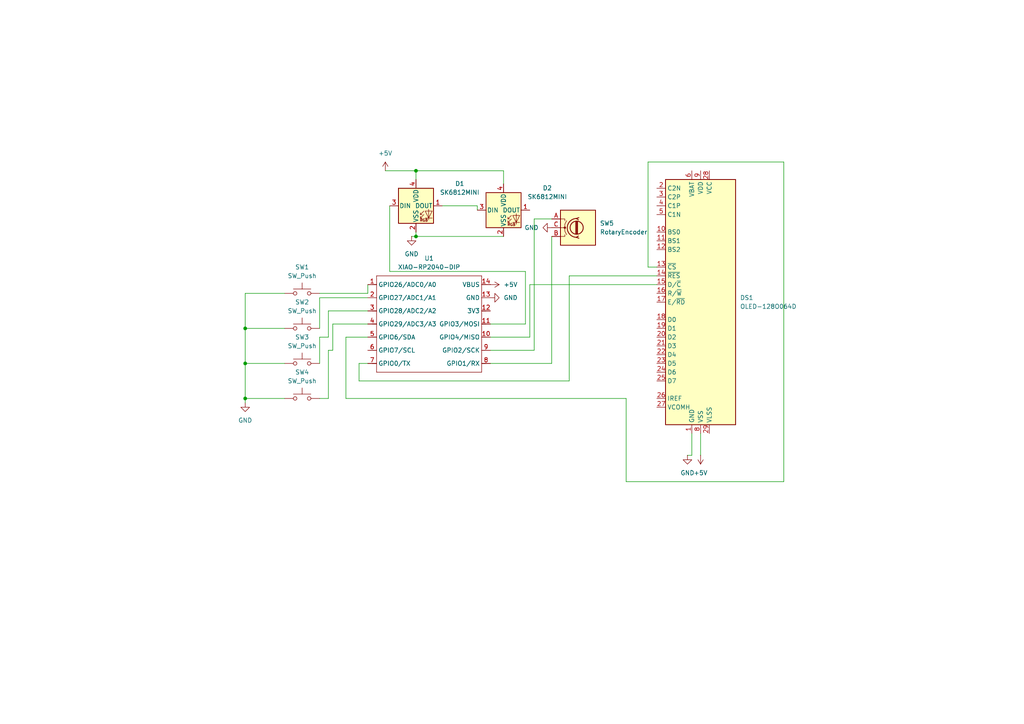
<source format=kicad_sch>
(kicad_sch
	(version 20250114)
	(generator "eeschema")
	(generator_version "9.0")
	(uuid "61eb214a-0f4f-4b0d-9221-397a7867731e")
	(paper "A4")
	(lib_symbols
		(symbol "Seeed_Studio_XIAO_Series:+5V"
			(power)
			(pin_numbers
				(hide yes)
			)
			(pin_names
				(offset 0)
				(hide yes)
			)
			(exclude_from_sim no)
			(in_bom yes)
			(on_board yes)
			(property "Reference" "#PWR"
				(at 0 -3.81 0)
				(effects
					(font
						(size 1.27 1.27)
					)
					(hide yes)
				)
			)
			(property "Value" "+5V"
				(at 0 3.556 0)
				(effects
					(font
						(size 1.27 1.27)
					)
				)
			)
			(property "Footprint" ""
				(at 0 0 0)
				(effects
					(font
						(size 1.27 1.27)
					)
					(hide yes)
				)
			)
			(property "Datasheet" ""
				(at 0 0 0)
				(effects
					(font
						(size 1.27 1.27)
					)
					(hide yes)
				)
			)
			(property "Description" "Power symbol creates a global label with name \"+5V\""
				(at 0 0 0)
				(effects
					(font
						(size 1.27 1.27)
					)
					(hide yes)
				)
			)
			(property "ki_keywords" "global power"
				(at 0 0 0)
				(effects
					(font
						(size 1.27 1.27)
					)
					(hide yes)
				)
			)
			(symbol "+5V_0_1"
				(polyline
					(pts
						(xy -0.762 1.27) (xy 0 2.54)
					)
					(stroke
						(width 0)
						(type default)
					)
					(fill
						(type none)
					)
				)
				(polyline
					(pts
						(xy 0 2.54) (xy 0.762 1.27)
					)
					(stroke
						(width 0)
						(type default)
					)
					(fill
						(type none)
					)
				)
				(polyline
					(pts
						(xy 0 0) (xy 0 2.54)
					)
					(stroke
						(width 0)
						(type default)
					)
					(fill
						(type none)
					)
				)
			)
			(symbol "+5V_1_1"
				(pin power_in line
					(at 0 0 90)
					(length 0)
					(name "~"
						(effects
							(font
								(size 1.27 1.27)
							)
						)
					)
					(number "1"
						(effects
							(font
								(size 1.27 1.27)
							)
						)
					)
				)
			)
			(embedded_fonts no)
		)
		(symbol "Seeed_Studio_XIAO_Series:GND"
			(power)
			(pin_numbers
				(hide yes)
			)
			(pin_names
				(offset 0)
				(hide yes)
			)
			(exclude_from_sim no)
			(in_bom yes)
			(on_board yes)
			(property "Reference" "#PWR"
				(at 0 -6.35 0)
				(effects
					(font
						(size 1.27 1.27)
					)
					(hide yes)
				)
			)
			(property "Value" "GND"
				(at 0 -3.81 0)
				(effects
					(font
						(size 1.27 1.27)
					)
				)
			)
			(property "Footprint" ""
				(at 0 0 0)
				(effects
					(font
						(size 1.27 1.27)
					)
					(hide yes)
				)
			)
			(property "Datasheet" ""
				(at 0 0 0)
				(effects
					(font
						(size 1.27 1.27)
					)
					(hide yes)
				)
			)
			(property "Description" "Power symbol creates a global label with name \"GND\" , ground"
				(at 0 0 0)
				(effects
					(font
						(size 1.27 1.27)
					)
					(hide yes)
				)
			)
			(property "ki_keywords" "global power"
				(at 0 0 0)
				(effects
					(font
						(size 1.27 1.27)
					)
					(hide yes)
				)
			)
			(symbol "GND_0_1"
				(polyline
					(pts
						(xy 0 0) (xy 0 -1.27) (xy 1.27 -1.27) (xy 0 -2.54) (xy -1.27 -1.27) (xy 0 -1.27)
					)
					(stroke
						(width 0)
						(type default)
					)
					(fill
						(type none)
					)
				)
			)
			(symbol "GND_1_1"
				(pin power_in line
					(at 0 0 270)
					(length 0)
					(name "~"
						(effects
							(font
								(size 1.27 1.27)
							)
						)
					)
					(number "1"
						(effects
							(font
								(size 1.27 1.27)
							)
						)
					)
				)
			)
			(embedded_fonts no)
		)
		(symbol "Seeed_Studio_XIAO_Series:OLED-128O064D"
			(exclude_from_sim no)
			(in_bom yes)
			(on_board yes)
			(property "Reference" "DS"
				(at -10.16 38.1 0)
				(effects
					(font
						(size 1.27 1.27)
					)
				)
			)
			(property "Value" "OLED-128O064D"
				(at 12.7 38.1 0)
				(effects
					(font
						(size 1.27 1.27)
					)
				)
			)
			(property "Footprint" "Display:OLED-128O064D"
				(at 0 0 0)
				(effects
					(font
						(size 1.27 1.27)
					)
					(hide yes)
				)
			)
			(property "Datasheet" "https://www.vishay.com/docs/37902/oled128o064dbpp3n00000.pdf"
				(at 0 20.32 0)
				(effects
					(font
						(size 1.27 1.27)
					)
					(hide yes)
				)
			)
			(property "Description" "OLED display 128x64"
				(at 0 0 0)
				(effects
					(font
						(size 1.27 1.27)
					)
					(hide yes)
				)
			)
			(property "ki_keywords" "display oled"
				(at 0 0 0)
				(effects
					(font
						(size 1.27 1.27)
					)
					(hide yes)
				)
			)
			(property "ki_fp_filters" "OLED?128O064D*"
				(at 0 0 0)
				(effects
					(font
						(size 1.27 1.27)
					)
					(hide yes)
				)
			)
			(symbol "OLED-128O064D_0_1"
				(rectangle
					(start -10.16 35.56)
					(end 10.16 -35.56)
					(stroke
						(width 0.254)
						(type default)
					)
					(fill
						(type background)
					)
				)
			)
			(symbol "OLED-128O064D_1_1"
				(pin passive line
					(at -12.7 33.02 0)
					(length 2.54)
					(name "C2N"
						(effects
							(font
								(size 1.27 1.27)
							)
						)
					)
					(number "2"
						(effects
							(font
								(size 1.27 1.27)
							)
						)
					)
				)
				(pin passive line
					(at -12.7 30.48 0)
					(length 2.54)
					(name "C2P"
						(effects
							(font
								(size 1.27 1.27)
							)
						)
					)
					(number "3"
						(effects
							(font
								(size 1.27 1.27)
							)
						)
					)
				)
				(pin passive line
					(at -12.7 27.94 0)
					(length 2.54)
					(name "C1P"
						(effects
							(font
								(size 1.27 1.27)
							)
						)
					)
					(number "4"
						(effects
							(font
								(size 1.27 1.27)
							)
						)
					)
				)
				(pin passive line
					(at -12.7 25.4 0)
					(length 2.54)
					(name "C1N"
						(effects
							(font
								(size 1.27 1.27)
							)
						)
					)
					(number "5"
						(effects
							(font
								(size 1.27 1.27)
							)
						)
					)
				)
				(pin input line
					(at -12.7 20.32 0)
					(length 2.54)
					(name "BS0"
						(effects
							(font
								(size 1.27 1.27)
							)
						)
					)
					(number "10"
						(effects
							(font
								(size 1.27 1.27)
							)
						)
					)
				)
				(pin input line
					(at -12.7 17.78 0)
					(length 2.54)
					(name "BS1"
						(effects
							(font
								(size 1.27 1.27)
							)
						)
					)
					(number "11"
						(effects
							(font
								(size 1.27 1.27)
							)
						)
					)
				)
				(pin input line
					(at -12.7 15.24 0)
					(length 2.54)
					(name "BS2"
						(effects
							(font
								(size 1.27 1.27)
							)
						)
					)
					(number "12"
						(effects
							(font
								(size 1.27 1.27)
							)
						)
					)
				)
				(pin input line
					(at -12.7 10.16 0)
					(length 2.54)
					(name "~{CS}"
						(effects
							(font
								(size 1.27 1.27)
							)
						)
					)
					(number "13"
						(effects
							(font
								(size 1.27 1.27)
							)
						)
					)
				)
				(pin input line
					(at -12.7 7.62 0)
					(length 2.54)
					(name "~{RES}"
						(effects
							(font
								(size 1.27 1.27)
							)
						)
					)
					(number "14"
						(effects
							(font
								(size 1.27 1.27)
							)
						)
					)
				)
				(pin input line
					(at -12.7 5.08 0)
					(length 2.54)
					(name "D/~{C}"
						(effects
							(font
								(size 1.27 1.27)
							)
						)
					)
					(number "15"
						(effects
							(font
								(size 1.27 1.27)
							)
						)
					)
				)
				(pin input line
					(at -12.7 2.54 0)
					(length 2.54)
					(name "R/~{W}"
						(effects
							(font
								(size 1.27 1.27)
							)
						)
					)
					(number "16"
						(effects
							(font
								(size 1.27 1.27)
							)
						)
					)
				)
				(pin input line
					(at -12.7 0 0)
					(length 2.54)
					(name "E/~{RD}"
						(effects
							(font
								(size 1.27 1.27)
							)
						)
					)
					(number "17"
						(effects
							(font
								(size 1.27 1.27)
							)
						)
					)
				)
				(pin bidirectional line
					(at -12.7 -5.08 0)
					(length 2.54)
					(name "D0"
						(effects
							(font
								(size 1.27 1.27)
							)
						)
					)
					(number "18"
						(effects
							(font
								(size 1.27 1.27)
							)
						)
					)
				)
				(pin bidirectional line
					(at -12.7 -7.62 0)
					(length 2.54)
					(name "D1"
						(effects
							(font
								(size 1.27 1.27)
							)
						)
					)
					(number "19"
						(effects
							(font
								(size 1.27 1.27)
							)
						)
					)
				)
				(pin bidirectional line
					(at -12.7 -10.16 0)
					(length 2.54)
					(name "D2"
						(effects
							(font
								(size 1.27 1.27)
							)
						)
					)
					(number "20"
						(effects
							(font
								(size 1.27 1.27)
							)
						)
					)
				)
				(pin bidirectional line
					(at -12.7 -12.7 0)
					(length 2.54)
					(name "D3"
						(effects
							(font
								(size 1.27 1.27)
							)
						)
					)
					(number "21"
						(effects
							(font
								(size 1.27 1.27)
							)
						)
					)
				)
				(pin bidirectional line
					(at -12.7 -15.24 0)
					(length 2.54)
					(name "D4"
						(effects
							(font
								(size 1.27 1.27)
							)
						)
					)
					(number "22"
						(effects
							(font
								(size 1.27 1.27)
							)
						)
					)
				)
				(pin bidirectional line
					(at -12.7 -17.78 0)
					(length 2.54)
					(name "D5"
						(effects
							(font
								(size 1.27 1.27)
							)
						)
					)
					(number "23"
						(effects
							(font
								(size 1.27 1.27)
							)
						)
					)
				)
				(pin bidirectional line
					(at -12.7 -20.32 0)
					(length 2.54)
					(name "D6"
						(effects
							(font
								(size 1.27 1.27)
							)
						)
					)
					(number "24"
						(effects
							(font
								(size 1.27 1.27)
							)
						)
					)
				)
				(pin bidirectional line
					(at -12.7 -22.86 0)
					(length 2.54)
					(name "D7"
						(effects
							(font
								(size 1.27 1.27)
							)
						)
					)
					(number "25"
						(effects
							(font
								(size 1.27 1.27)
							)
						)
					)
				)
				(pin passive line
					(at -12.7 -27.94 0)
					(length 2.54)
					(name "IREF"
						(effects
							(font
								(size 1.27 1.27)
							)
						)
					)
					(number "26"
						(effects
							(font
								(size 1.27 1.27)
							)
						)
					)
				)
				(pin passive line
					(at -12.7 -30.48 0)
					(length 2.54)
					(name "VCOMH"
						(effects
							(font
								(size 1.27 1.27)
							)
						)
					)
					(number "27"
						(effects
							(font
								(size 1.27 1.27)
							)
						)
					)
				)
				(pin power_in line
					(at -2.54 38.1 270)
					(length 2.54)
					(name "VBAT"
						(effects
							(font
								(size 1.27 1.27)
							)
						)
					)
					(number "6"
						(effects
							(font
								(size 1.27 1.27)
							)
						)
					)
				)
				(pin power_in line
					(at -2.54 -38.1 90)
					(length 2.54)
					(name "GND"
						(effects
							(font
								(size 1.27 1.27)
							)
						)
					)
					(number "1"
						(effects
							(font
								(size 1.27 1.27)
							)
						)
					)
				)
				(pin passive line
					(at -2.54 -38.1 90)
					(length 2.54)
					(hide yes)
					(name "GND"
						(effects
							(font
								(size 1.27 1.27)
							)
						)
					)
					(number "30"
						(effects
							(font
								(size 1.27 1.27)
							)
						)
					)
				)
				(pin power_in line
					(at 0 38.1 270)
					(length 2.54)
					(name "VDD"
						(effects
							(font
								(size 1.27 1.27)
							)
						)
					)
					(number "9"
						(effects
							(font
								(size 1.27 1.27)
							)
						)
					)
				)
				(pin power_in line
					(at 0 -38.1 90)
					(length 2.54)
					(name "VSS"
						(effects
							(font
								(size 1.27 1.27)
							)
						)
					)
					(number "8"
						(effects
							(font
								(size 1.27 1.27)
							)
						)
					)
				)
				(pin power_in line
					(at 2.54 38.1 270)
					(length 2.54)
					(name "VCC"
						(effects
							(font
								(size 1.27 1.27)
							)
						)
					)
					(number "28"
						(effects
							(font
								(size 1.27 1.27)
							)
						)
					)
				)
				(pin power_in line
					(at 2.54 -38.1 90)
					(length 2.54)
					(name "VLSS"
						(effects
							(font
								(size 1.27 1.27)
							)
						)
					)
					(number "29"
						(effects
							(font
								(size 1.27 1.27)
							)
						)
					)
				)
				(pin no_connect line
					(at 10.16 0 180)
					(length 2.54)
					(hide yes)
					(name "NC"
						(effects
							(font
								(size 1.27 1.27)
							)
						)
					)
					(number "7"
						(effects
							(font
								(size 1.27 1.27)
							)
						)
					)
				)
			)
			(embedded_fonts no)
		)
		(symbol "Seeed_Studio_XIAO_Series:RotaryEncoder"
			(pin_names
				(offset 0.254)
				(hide yes)
			)
			(exclude_from_sim no)
			(in_bom yes)
			(on_board yes)
			(property "Reference" "SW"
				(at 0 6.604 0)
				(effects
					(font
						(size 1.27 1.27)
					)
				)
			)
			(property "Value" "RotaryEncoder"
				(at 0 -6.604 0)
				(effects
					(font
						(size 1.27 1.27)
					)
				)
			)
			(property "Footprint" ""
				(at -3.81 4.064 0)
				(effects
					(font
						(size 1.27 1.27)
					)
					(hide yes)
				)
			)
			(property "Datasheet" "~"
				(at 0 6.604 0)
				(effects
					(font
						(size 1.27 1.27)
					)
					(hide yes)
				)
			)
			(property "Description" "Rotary encoder, dual channel, incremental quadrate outputs"
				(at 0 0 0)
				(effects
					(font
						(size 1.27 1.27)
					)
					(hide yes)
				)
			)
			(property "ki_keywords" "rotary switch encoder"
				(at 0 0 0)
				(effects
					(font
						(size 1.27 1.27)
					)
					(hide yes)
				)
			)
			(property "ki_fp_filters" "RotaryEncoder*"
				(at 0 0 0)
				(effects
					(font
						(size 1.27 1.27)
					)
					(hide yes)
				)
			)
			(symbol "RotaryEncoder_0_1"
				(rectangle
					(start -5.08 5.08)
					(end 5.08 -5.08)
					(stroke
						(width 0.254)
						(type default)
					)
					(fill
						(type background)
					)
				)
				(polyline
					(pts
						(xy -5.08 2.54) (xy -3.81 2.54) (xy -3.81 2.032)
					)
					(stroke
						(width 0)
						(type default)
					)
					(fill
						(type none)
					)
				)
				(polyline
					(pts
						(xy -5.08 0) (xy -3.81 0) (xy -3.81 -1.016) (xy -3.302 -2.032)
					)
					(stroke
						(width 0)
						(type default)
					)
					(fill
						(type none)
					)
				)
				(polyline
					(pts
						(xy -5.08 -2.54) (xy -3.81 -2.54) (xy -3.81 -2.032)
					)
					(stroke
						(width 0)
						(type default)
					)
					(fill
						(type none)
					)
				)
				(polyline
					(pts
						(xy -4.318 0) (xy -3.81 0) (xy -3.81 1.016) (xy -3.302 2.032)
					)
					(stroke
						(width 0)
						(type default)
					)
					(fill
						(type none)
					)
				)
				(circle
					(center -3.81 0)
					(radius 0.254)
					(stroke
						(width 0)
						(type default)
					)
					(fill
						(type outline)
					)
				)
				(polyline
					(pts
						(xy -0.635 -1.778) (xy -0.635 1.778)
					)
					(stroke
						(width 0.254)
						(type default)
					)
					(fill
						(type none)
					)
				)
				(circle
					(center -0.381 0)
					(radius 1.905)
					(stroke
						(width 0.254)
						(type default)
					)
					(fill
						(type none)
					)
				)
				(polyline
					(pts
						(xy -0.381 -1.778) (xy -0.381 1.778)
					)
					(stroke
						(width 0.254)
						(type default)
					)
					(fill
						(type none)
					)
				)
				(arc
					(start -0.381 -2.794)
					(mid -3.0988 -0.0635)
					(end -0.381 2.667)
					(stroke
						(width 0.254)
						(type default)
					)
					(fill
						(type none)
					)
				)
				(polyline
					(pts
						(xy -0.127 1.778) (xy -0.127 -1.778)
					)
					(stroke
						(width 0.254)
						(type default)
					)
					(fill
						(type none)
					)
				)
				(polyline
					(pts
						(xy 0.254 2.921) (xy -0.508 2.667) (xy 0.127 2.286)
					)
					(stroke
						(width 0.254)
						(type default)
					)
					(fill
						(type none)
					)
				)
				(polyline
					(pts
						(xy 0.254 -3.048) (xy -0.508 -2.794) (xy 0.127 -2.413)
					)
					(stroke
						(width 0.254)
						(type default)
					)
					(fill
						(type none)
					)
				)
			)
			(symbol "RotaryEncoder_1_1"
				(pin passive line
					(at -7.62 2.54 0)
					(length 2.54)
					(name "A"
						(effects
							(font
								(size 1.27 1.27)
							)
						)
					)
					(number "A"
						(effects
							(font
								(size 1.27 1.27)
							)
						)
					)
				)
				(pin passive line
					(at -7.62 0 0)
					(length 2.54)
					(name "C"
						(effects
							(font
								(size 1.27 1.27)
							)
						)
					)
					(number "C"
						(effects
							(font
								(size 1.27 1.27)
							)
						)
					)
				)
				(pin passive line
					(at -7.62 -2.54 0)
					(length 2.54)
					(name "B"
						(effects
							(font
								(size 1.27 1.27)
							)
						)
					)
					(number "B"
						(effects
							(font
								(size 1.27 1.27)
							)
						)
					)
				)
			)
			(embedded_fonts no)
		)
		(symbol "Seeed_Studio_XIAO_Series:SK6812MINI"
			(pin_names
				(offset 0.254)
			)
			(exclude_from_sim no)
			(in_bom yes)
			(on_board yes)
			(property "Reference" "D"
				(at 5.08 5.715 0)
				(effects
					(font
						(size 1.27 1.27)
					)
					(justify right bottom)
				)
			)
			(property "Value" "SK6812MINI"
				(at 1.27 -5.715 0)
				(effects
					(font
						(size 1.27 1.27)
					)
					(justify left top)
				)
			)
			(property "Footprint" "LED_SMD:LED_SK6812MINI_PLCC4_3.5x3.5mm_P1.75mm"
				(at 1.27 -7.62 0)
				(effects
					(font
						(size 1.27 1.27)
					)
					(justify left top)
					(hide yes)
				)
			)
			(property "Datasheet" "https://cdn-shop.adafruit.com/product-files/2686/SK6812MINI_REV.01-1-2.pdf"
				(at 2.54 -9.525 0)
				(effects
					(font
						(size 1.27 1.27)
					)
					(justify left top)
					(hide yes)
				)
			)
			(property "Description" "RGB LED with integrated controller"
				(at 0 0 0)
				(effects
					(font
						(size 1.27 1.27)
					)
					(hide yes)
				)
			)
			(property "ki_keywords" "RGB LED NeoPixel Mini addressable"
				(at 0 0 0)
				(effects
					(font
						(size 1.27 1.27)
					)
					(hide yes)
				)
			)
			(property "ki_fp_filters" "LED*SK6812MINI*PLCC*3.5x3.5mm*P1.75mm*"
				(at 0 0 0)
				(effects
					(font
						(size 1.27 1.27)
					)
					(hide yes)
				)
			)
			(symbol "SK6812MINI_0_0"
				(text "RGB"
					(at 2.286 -4.191 0)
					(effects
						(font
							(size 0.762 0.762)
						)
					)
				)
			)
			(symbol "SK6812MINI_0_1"
				(polyline
					(pts
						(xy 1.27 -2.54) (xy 1.778 -2.54)
					)
					(stroke
						(width 0)
						(type default)
					)
					(fill
						(type none)
					)
				)
				(polyline
					(pts
						(xy 1.27 -3.556) (xy 1.778 -3.556)
					)
					(stroke
						(width 0)
						(type default)
					)
					(fill
						(type none)
					)
				)
				(polyline
					(pts
						(xy 2.286 -1.524) (xy 1.27 -2.54) (xy 1.27 -2.032)
					)
					(stroke
						(width 0)
						(type default)
					)
					(fill
						(type none)
					)
				)
				(polyline
					(pts
						(xy 2.286 -2.54) (xy 1.27 -3.556) (xy 1.27 -3.048)
					)
					(stroke
						(width 0)
						(type default)
					)
					(fill
						(type none)
					)
				)
				(polyline
					(pts
						(xy 3.683 -1.016) (xy 3.683 -3.556) (xy 3.683 -4.064)
					)
					(stroke
						(width 0)
						(type default)
					)
					(fill
						(type none)
					)
				)
				(polyline
					(pts
						(xy 4.699 -1.524) (xy 2.667 -1.524) (xy 3.683 -3.556) (xy 4.699 -1.524)
					)
					(stroke
						(width 0)
						(type default)
					)
					(fill
						(type none)
					)
				)
				(polyline
					(pts
						(xy 4.699 -3.556) (xy 2.667 -3.556)
					)
					(stroke
						(width 0)
						(type default)
					)
					(fill
						(type none)
					)
				)
				(rectangle
					(start 5.08 5.08)
					(end -5.08 -5.08)
					(stroke
						(width 0.254)
						(type default)
					)
					(fill
						(type background)
					)
				)
			)
			(symbol "SK6812MINI_1_1"
				(pin input line
					(at -7.62 0 0)
					(length 2.54)
					(name "DIN"
						(effects
							(font
								(size 1.27 1.27)
							)
						)
					)
					(number "3"
						(effects
							(font
								(size 1.27 1.27)
							)
						)
					)
				)
				(pin power_in line
					(at 0 7.62 270)
					(length 2.54)
					(name "VDD"
						(effects
							(font
								(size 1.27 1.27)
							)
						)
					)
					(number "4"
						(effects
							(font
								(size 1.27 1.27)
							)
						)
					)
				)
				(pin power_in line
					(at 0 -7.62 90)
					(length 2.54)
					(name "VSS"
						(effects
							(font
								(size 1.27 1.27)
							)
						)
					)
					(number "2"
						(effects
							(font
								(size 1.27 1.27)
							)
						)
					)
				)
				(pin output line
					(at 7.62 0 180)
					(length 2.54)
					(name "DOUT"
						(effects
							(font
								(size 1.27 1.27)
							)
						)
					)
					(number "1"
						(effects
							(font
								(size 1.27 1.27)
							)
						)
					)
				)
			)
			(embedded_fonts no)
		)
		(symbol "Seeed_Studio_XIAO_Series:SW_Push"
			(pin_numbers
				(hide yes)
			)
			(pin_names
				(offset 1.016)
				(hide yes)
			)
			(exclude_from_sim no)
			(in_bom yes)
			(on_board yes)
			(property "Reference" "SW"
				(at 1.27 2.54 0)
				(effects
					(font
						(size 1.27 1.27)
					)
					(justify left)
				)
			)
			(property "Value" "SW_Push"
				(at 0 -1.524 0)
				(effects
					(font
						(size 1.27 1.27)
					)
				)
			)
			(property "Footprint" ""
				(at 0 5.08 0)
				(effects
					(font
						(size 1.27 1.27)
					)
					(hide yes)
				)
			)
			(property "Datasheet" "~"
				(at 0 5.08 0)
				(effects
					(font
						(size 1.27 1.27)
					)
					(hide yes)
				)
			)
			(property "Description" "Push button switch, generic, two pins"
				(at 0 0 0)
				(effects
					(font
						(size 1.27 1.27)
					)
					(hide yes)
				)
			)
			(property "ki_keywords" "switch normally-open pushbutton push-button"
				(at 0 0 0)
				(effects
					(font
						(size 1.27 1.27)
					)
					(hide yes)
				)
			)
			(symbol "SW_Push_0_1"
				(circle
					(center -2.032 0)
					(radius 0.508)
					(stroke
						(width 0)
						(type default)
					)
					(fill
						(type none)
					)
				)
				(polyline
					(pts
						(xy 0 1.27) (xy 0 3.048)
					)
					(stroke
						(width 0)
						(type default)
					)
					(fill
						(type none)
					)
				)
				(circle
					(center 2.032 0)
					(radius 0.508)
					(stroke
						(width 0)
						(type default)
					)
					(fill
						(type none)
					)
				)
				(polyline
					(pts
						(xy 2.54 1.27) (xy -2.54 1.27)
					)
					(stroke
						(width 0)
						(type default)
					)
					(fill
						(type none)
					)
				)
				(pin passive line
					(at -5.08 0 0)
					(length 2.54)
					(name "1"
						(effects
							(font
								(size 1.27 1.27)
							)
						)
					)
					(number "1"
						(effects
							(font
								(size 1.27 1.27)
							)
						)
					)
				)
				(pin passive line
					(at 5.08 0 180)
					(length 2.54)
					(name "2"
						(effects
							(font
								(size 1.27 1.27)
							)
						)
					)
					(number "2"
						(effects
							(font
								(size 1.27 1.27)
							)
						)
					)
				)
			)
			(embedded_fonts no)
		)
		(symbol "Seeed_Studio_XIAO_Series:XIAO-RP2040-DIP"
			(exclude_from_sim no)
			(in_bom yes)
			(on_board yes)
			(property "Reference" "U"
				(at 0 0 0)
				(effects
					(font
						(size 1.27 1.27)
					)
				)
			)
			(property "Value" "XIAO-RP2040-DIP"
				(at 5.334 -1.778 0)
				(effects
					(font
						(size 1.27 1.27)
					)
				)
			)
			(property "Footprint" "Module:MOUDLE14P-XIAO-DIP-SMD"
				(at 14.478 -32.258 0)
				(effects
					(font
						(size 1.27 1.27)
					)
					(hide yes)
				)
			)
			(property "Datasheet" ""
				(at 0 0 0)
				(effects
					(font
						(size 1.27 1.27)
					)
					(hide yes)
				)
			)
			(property "Description" ""
				(at 0 0 0)
				(effects
					(font
						(size 1.27 1.27)
					)
					(hide yes)
				)
			)
			(symbol "XIAO-RP2040-DIP_1_0"
				(polyline
					(pts
						(xy -1.27 -2.54) (xy 29.21 -2.54)
					)
					(stroke
						(width 0.1524)
						(type solid)
					)
					(fill
						(type none)
					)
				)
				(polyline
					(pts
						(xy -1.27 -5.08) (xy -2.54 -5.08)
					)
					(stroke
						(width 0.1524)
						(type solid)
					)
					(fill
						(type none)
					)
				)
				(polyline
					(pts
						(xy -1.27 -5.08) (xy -1.27 -2.54)
					)
					(stroke
						(width 0.1524)
						(type solid)
					)
					(fill
						(type none)
					)
				)
				(polyline
					(pts
						(xy -1.27 -8.89) (xy -2.54 -8.89)
					)
					(stroke
						(width 0.1524)
						(type solid)
					)
					(fill
						(type none)
					)
				)
				(polyline
					(pts
						(xy -1.27 -8.89) (xy -1.27 -5.08)
					)
					(stroke
						(width 0.1524)
						(type solid)
					)
					(fill
						(type none)
					)
				)
				(polyline
					(pts
						(xy -1.27 -12.7) (xy -2.54 -12.7)
					)
					(stroke
						(width 0.1524)
						(type solid)
					)
					(fill
						(type none)
					)
				)
				(polyline
					(pts
						(xy -1.27 -12.7) (xy -1.27 -8.89)
					)
					(stroke
						(width 0.1524)
						(type solid)
					)
					(fill
						(type none)
					)
				)
				(polyline
					(pts
						(xy -1.27 -16.51) (xy -2.54 -16.51)
					)
					(stroke
						(width 0.1524)
						(type solid)
					)
					(fill
						(type none)
					)
				)
				(polyline
					(pts
						(xy -1.27 -16.51) (xy -1.27 -12.7)
					)
					(stroke
						(width 0.1524)
						(type solid)
					)
					(fill
						(type none)
					)
				)
				(polyline
					(pts
						(xy -1.27 -20.32) (xy -2.54 -20.32)
					)
					(stroke
						(width 0.1524)
						(type solid)
					)
					(fill
						(type none)
					)
				)
				(polyline
					(pts
						(xy -1.27 -24.13) (xy -2.54 -24.13)
					)
					(stroke
						(width 0.1524)
						(type solid)
					)
					(fill
						(type none)
					)
				)
				(polyline
					(pts
						(xy -1.27 -27.94) (xy -2.54 -27.94)
					)
					(stroke
						(width 0.1524)
						(type solid)
					)
					(fill
						(type none)
					)
				)
				(polyline
					(pts
						(xy -1.27 -30.48) (xy -1.27 -16.51)
					)
					(stroke
						(width 0.1524)
						(type solid)
					)
					(fill
						(type none)
					)
				)
				(polyline
					(pts
						(xy 29.21 -2.54) (xy 29.21 -5.08)
					)
					(stroke
						(width 0.1524)
						(type solid)
					)
					(fill
						(type none)
					)
				)
				(polyline
					(pts
						(xy 29.21 -5.08) (xy 29.21 -8.89)
					)
					(stroke
						(width 0.1524)
						(type solid)
					)
					(fill
						(type none)
					)
				)
				(polyline
					(pts
						(xy 29.21 -8.89) (xy 29.21 -12.7)
					)
					(stroke
						(width 0.1524)
						(type solid)
					)
					(fill
						(type none)
					)
				)
				(polyline
					(pts
						(xy 29.21 -12.7) (xy 29.21 -30.48)
					)
					(stroke
						(width 0.1524)
						(type solid)
					)
					(fill
						(type none)
					)
				)
				(polyline
					(pts
						(xy 29.21 -30.48) (xy -1.27 -30.48)
					)
					(stroke
						(width 0.1524)
						(type solid)
					)
					(fill
						(type none)
					)
				)
				(polyline
					(pts
						(xy 30.48 -5.08) (xy 29.21 -5.08)
					)
					(stroke
						(width 0.1524)
						(type solid)
					)
					(fill
						(type none)
					)
				)
				(polyline
					(pts
						(xy 30.48 -8.89) (xy 29.21 -8.89)
					)
					(stroke
						(width 0.1524)
						(type solid)
					)
					(fill
						(type none)
					)
				)
				(polyline
					(pts
						(xy 30.48 -12.7) (xy 29.21 -12.7)
					)
					(stroke
						(width 0.1524)
						(type solid)
					)
					(fill
						(type none)
					)
				)
				(polyline
					(pts
						(xy 30.48 -16.51) (xy 29.21 -16.51)
					)
					(stroke
						(width 0.1524)
						(type solid)
					)
					(fill
						(type none)
					)
				)
				(polyline
					(pts
						(xy 30.48 -20.32) (xy 29.21 -20.32)
					)
					(stroke
						(width 0.1524)
						(type solid)
					)
					(fill
						(type none)
					)
				)
				(polyline
					(pts
						(xy 30.48 -24.13) (xy 29.21 -24.13)
					)
					(stroke
						(width 0.1524)
						(type solid)
					)
					(fill
						(type none)
					)
				)
				(polyline
					(pts
						(xy 30.48 -27.94) (xy 29.21 -27.94)
					)
					(stroke
						(width 0.1524)
						(type solid)
					)
					(fill
						(type none)
					)
				)
				(pin passive line
					(at -3.81 -5.08 0)
					(length 2.54)
					(name "GPIO26/ADC0/A0"
						(effects
							(font
								(size 1.27 1.27)
							)
						)
					)
					(number "1"
						(effects
							(font
								(size 1.27 1.27)
							)
						)
					)
				)
				(pin passive line
					(at -3.81 -8.89 0)
					(length 2.54)
					(name "GPIO27/ADC1/A1"
						(effects
							(font
								(size 1.27 1.27)
							)
						)
					)
					(number "2"
						(effects
							(font
								(size 1.27 1.27)
							)
						)
					)
				)
				(pin passive line
					(at -3.81 -12.7 0)
					(length 2.54)
					(name "GPIO28/ADC2/A2"
						(effects
							(font
								(size 1.27 1.27)
							)
						)
					)
					(number "3"
						(effects
							(font
								(size 1.27 1.27)
							)
						)
					)
				)
				(pin passive line
					(at -3.81 -16.51 0)
					(length 2.54)
					(name "GPIO29/ADC3/A3"
						(effects
							(font
								(size 1.27 1.27)
							)
						)
					)
					(number "4"
						(effects
							(font
								(size 1.27 1.27)
							)
						)
					)
				)
				(pin passive line
					(at -3.81 -20.32 0)
					(length 2.54)
					(name "GPIO6/SDA"
						(effects
							(font
								(size 1.27 1.27)
							)
						)
					)
					(number "5"
						(effects
							(font
								(size 1.27 1.27)
							)
						)
					)
				)
				(pin passive line
					(at -3.81 -24.13 0)
					(length 2.54)
					(name "GPIO7/SCL"
						(effects
							(font
								(size 1.27 1.27)
							)
						)
					)
					(number "6"
						(effects
							(font
								(size 1.27 1.27)
							)
						)
					)
				)
				(pin passive line
					(at -3.81 -27.94 0)
					(length 2.54)
					(name "GPIO0/TX"
						(effects
							(font
								(size 1.27 1.27)
							)
						)
					)
					(number "7"
						(effects
							(font
								(size 1.27 1.27)
							)
						)
					)
				)
				(pin passive line
					(at 31.75 -5.08 180)
					(length 2.54)
					(name "VBUS"
						(effects
							(font
								(size 1.27 1.27)
							)
						)
					)
					(number "14"
						(effects
							(font
								(size 1.27 1.27)
							)
						)
					)
				)
				(pin passive line
					(at 31.75 -8.89 180)
					(length 2.54)
					(name "GND"
						(effects
							(font
								(size 1.27 1.27)
							)
						)
					)
					(number "13"
						(effects
							(font
								(size 1.27 1.27)
							)
						)
					)
				)
				(pin passive line
					(at 31.75 -12.7 180)
					(length 2.54)
					(name "3V3"
						(effects
							(font
								(size 1.27 1.27)
							)
						)
					)
					(number "12"
						(effects
							(font
								(size 1.27 1.27)
							)
						)
					)
				)
				(pin passive line
					(at 31.75 -16.51 180)
					(length 2.54)
					(name "GPIO3/MOSI"
						(effects
							(font
								(size 1.27 1.27)
							)
						)
					)
					(number "11"
						(effects
							(font
								(size 1.27 1.27)
							)
						)
					)
				)
				(pin passive line
					(at 31.75 -20.32 180)
					(length 2.54)
					(name "GPIO4/MISO"
						(effects
							(font
								(size 1.27 1.27)
							)
						)
					)
					(number "10"
						(effects
							(font
								(size 1.27 1.27)
							)
						)
					)
				)
				(pin passive line
					(at 31.75 -24.13 180)
					(length 2.54)
					(name "GPIO2/SCK"
						(effects
							(font
								(size 1.27 1.27)
							)
						)
					)
					(number "9"
						(effects
							(font
								(size 1.27 1.27)
							)
						)
					)
				)
				(pin passive line
					(at 31.75 -27.94 180)
					(length 2.54)
					(name "GPIO1/RX"
						(effects
							(font
								(size 1.27 1.27)
							)
						)
					)
					(number "8"
						(effects
							(font
								(size 1.27 1.27)
							)
						)
					)
				)
			)
			(embedded_fonts no)
		)
	)
	(junction
		(at 120.65 49.53)
		(diameter 0)
		(color 0 0 0 0)
		(uuid "28608bf5-34b6-4bf8-bc71-12360e6e70fb")
	)
	(junction
		(at 120.65 68.58)
		(diameter 0)
		(color 0 0 0 0)
		(uuid "4c227325-c8a7-4aa7-8c9c-be0d24276d8f")
	)
	(junction
		(at 71.12 105.41)
		(diameter 0)
		(color 0 0 0 0)
		(uuid "5ec89632-a094-45d3-b910-1dde980fc211")
	)
	(junction
		(at 71.12 115.57)
		(diameter 0)
		(color 0 0 0 0)
		(uuid "68f58e2a-1978-4432-9d57-9405ffb4ff6f")
	)
	(junction
		(at 71.12 95.25)
		(diameter 0)
		(color 0 0 0 0)
		(uuid "6a750924-36ad-4ed1-a137-f615de782311")
	)
	(wire
		(pts
			(xy 106.68 85.09) (xy 106.68 82.55)
		)
		(stroke
			(width 0)
			(type default)
		)
		(uuid "0367eeab-03e1-4c74-9ab1-d5879cc1259c")
	)
	(wire
		(pts
			(xy 190.5 80.01) (xy 165.1 80.01)
		)
		(stroke
			(width 0)
			(type default)
		)
		(uuid "078f171f-fa24-42cd-aa32-72abf05e222e")
	)
	(wire
		(pts
			(xy 165.1 110.49) (xy 104.14 110.49)
		)
		(stroke
			(width 0)
			(type default)
		)
		(uuid "0b0f8474-d425-4fa0-8204-b63df90e1015")
	)
	(wire
		(pts
			(xy 71.12 95.25) (xy 71.12 105.41)
		)
		(stroke
			(width 0)
			(type default)
		)
		(uuid "0fbd66b9-449a-4b88-bd7c-00d2da00527f")
	)
	(wire
		(pts
			(xy 187.96 46.99) (xy 227.33 46.99)
		)
		(stroke
			(width 0)
			(type default)
		)
		(uuid "10d04de5-5f50-4c10-83a2-063f6f046a94")
	)
	(wire
		(pts
			(xy 82.55 85.09) (xy 71.12 85.09)
		)
		(stroke
			(width 0)
			(type default)
		)
		(uuid "1625e8a5-af6f-408b-8cbe-e9423220a96a")
	)
	(wire
		(pts
			(xy 96.52 101.6) (xy 95.25 101.6)
		)
		(stroke
			(width 0)
			(type default)
		)
		(uuid "1eaadfe8-d6f9-4748-bb03-83376479d26a")
	)
	(wire
		(pts
			(xy 92.71 97.79) (xy 92.71 105.41)
		)
		(stroke
			(width 0)
			(type default)
		)
		(uuid "1f720037-34df-4428-95c7-a9136d9b6a17")
	)
	(wire
		(pts
			(xy 96.52 93.98) (xy 96.52 101.6)
		)
		(stroke
			(width 0)
			(type default)
		)
		(uuid "23c82fb1-a6ad-42f9-889b-a713ece40b15")
	)
	(wire
		(pts
			(xy 95.25 90.17) (xy 95.25 97.79)
		)
		(stroke
			(width 0)
			(type default)
		)
		(uuid "23e38c66-4420-4019-8218-056b00579623")
	)
	(wire
		(pts
			(xy 160.02 63.5) (xy 154.94 63.5)
		)
		(stroke
			(width 0)
			(type default)
		)
		(uuid "24e4f3e6-e112-494f-8250-f1643e3fdb47")
	)
	(wire
		(pts
			(xy 106.68 86.36) (xy 92.71 86.36)
		)
		(stroke
			(width 0)
			(type default)
		)
		(uuid "28249293-aff1-4240-87b1-2ea98c8abae3")
	)
	(wire
		(pts
			(xy 71.12 115.57) (xy 71.12 116.84)
		)
		(stroke
			(width 0)
			(type default)
		)
		(uuid "28f0ec43-dac7-470c-8adb-db1340b121e0")
	)
	(wire
		(pts
			(xy 120.65 68.58) (xy 146.05 68.58)
		)
		(stroke
			(width 0)
			(type default)
		)
		(uuid "2d0da238-30e0-46c0-a8ae-da688fa4bb49")
	)
	(wire
		(pts
			(xy 82.55 95.25) (xy 71.12 95.25)
		)
		(stroke
			(width 0)
			(type default)
		)
		(uuid "308b0136-3c5f-4140-8187-8a5767d6aaee")
	)
	(wire
		(pts
			(xy 95.25 101.6) (xy 95.25 115.57)
		)
		(stroke
			(width 0)
			(type default)
		)
		(uuid "35c34c96-3822-4ce3-a725-a61303622c54")
	)
	(wire
		(pts
			(xy 100.33 115.57) (xy 100.33 97.79)
		)
		(stroke
			(width 0)
			(type default)
		)
		(uuid "3609df38-7a44-4a4e-9e15-7a5a249d6ee7")
	)
	(wire
		(pts
			(xy 190.5 82.55) (xy 153.67 82.55)
		)
		(stroke
			(width 0)
			(type default)
		)
		(uuid "43ae1ea0-52d9-4a8d-a55f-d6ece573c306")
	)
	(wire
		(pts
			(xy 104.14 105.41) (xy 106.68 105.41)
		)
		(stroke
			(width 0)
			(type default)
		)
		(uuid "447b3e19-31d1-4f0c-9bda-18ec1dbb9b40")
	)
	(wire
		(pts
			(xy 153.67 82.55) (xy 153.67 97.79)
		)
		(stroke
			(width 0)
			(type default)
		)
		(uuid "4b01f6dc-6b7f-48e3-9988-71a14f1dc5e5")
	)
	(wire
		(pts
			(xy 190.5 77.47) (xy 187.96 77.47)
		)
		(stroke
			(width 0)
			(type default)
		)
		(uuid "4bd5af90-ad50-4971-9ab7-6a48df3c1a27")
	)
	(wire
		(pts
			(xy 160.02 105.41) (xy 142.24 105.41)
		)
		(stroke
			(width 0)
			(type default)
		)
		(uuid "50df505e-2c3d-4846-991f-1fc495cdb6c8")
	)
	(wire
		(pts
			(xy 152.4 93.98) (xy 142.24 93.98)
		)
		(stroke
			(width 0)
			(type default)
		)
		(uuid "535c3df8-ae2f-44c3-8e2d-fa6fef9a98a8")
	)
	(wire
		(pts
			(xy 95.25 97.79) (xy 92.71 97.79)
		)
		(stroke
			(width 0)
			(type default)
		)
		(uuid "5818dc27-8b47-440b-91e0-50c6a9a0d595")
	)
	(wire
		(pts
			(xy 153.67 97.79) (xy 142.24 97.79)
		)
		(stroke
			(width 0)
			(type default)
		)
		(uuid "5ce7ebbf-5ebb-4675-b30f-93afba975e22")
	)
	(wire
		(pts
			(xy 71.12 115.57) (xy 82.55 115.57)
		)
		(stroke
			(width 0)
			(type default)
		)
		(uuid "60033e7c-0c46-47c7-81f2-104aa14a7de1")
	)
	(wire
		(pts
			(xy 154.94 63.5) (xy 154.94 101.6)
		)
		(stroke
			(width 0)
			(type default)
		)
		(uuid "6814f493-70a8-4d37-a12a-af8f55532003")
	)
	(wire
		(pts
			(xy 200.66 125.73) (xy 200.66 132.08)
		)
		(stroke
			(width 0)
			(type default)
		)
		(uuid "7bb5efaf-5069-4351-9d7b-7caf622b3671")
	)
	(wire
		(pts
			(xy 71.12 85.09) (xy 71.12 95.25)
		)
		(stroke
			(width 0)
			(type default)
		)
		(uuid "7f06e80d-9bac-4bda-81c8-d9cc7367763d")
	)
	(wire
		(pts
			(xy 100.33 97.79) (xy 106.68 97.79)
		)
		(stroke
			(width 0)
			(type default)
		)
		(uuid "85cd47ac-b27e-45ab-83e9-63526756fff2")
	)
	(wire
		(pts
			(xy 71.12 105.41) (xy 82.55 105.41)
		)
		(stroke
			(width 0)
			(type default)
		)
		(uuid "865ddf51-0a83-49a4-acf8-2ecbe7b6f1da")
	)
	(wire
		(pts
			(xy 203.2 125.73) (xy 203.2 132.08)
		)
		(stroke
			(width 0)
			(type default)
		)
		(uuid "95210eff-d359-444b-8592-e170edfea152")
	)
	(wire
		(pts
			(xy 106.68 93.98) (xy 96.52 93.98)
		)
		(stroke
			(width 0)
			(type default)
		)
		(uuid "97447451-a719-4a43-a732-1ae11ce3fbc0")
	)
	(wire
		(pts
			(xy 227.33 139.7) (xy 181.61 139.7)
		)
		(stroke
			(width 0)
			(type default)
		)
		(uuid "9964cf17-5389-46cf-9a5e-a1df9d6cecf8")
	)
	(wire
		(pts
			(xy 120.65 67.31) (xy 120.65 68.58)
		)
		(stroke
			(width 0)
			(type default)
		)
		(uuid "9acfaaa3-8afc-413b-93fe-8190221e0979")
	)
	(wire
		(pts
			(xy 227.33 46.99) (xy 227.33 139.7)
		)
		(stroke
			(width 0)
			(type default)
		)
		(uuid "a103a0de-f639-4e27-b0d3-3c8ef6f693f4")
	)
	(wire
		(pts
			(xy 181.61 139.7) (xy 181.61 115.57)
		)
		(stroke
			(width 0)
			(type default)
		)
		(uuid "a62dba65-b9e5-46f4-bd3b-99f9ac3b92ba")
	)
	(wire
		(pts
			(xy 104.14 110.49) (xy 104.14 105.41)
		)
		(stroke
			(width 0)
			(type default)
		)
		(uuid "a803f691-cc43-4c9d-9c78-d137f12d656e")
	)
	(wire
		(pts
			(xy 113.03 78.74) (xy 152.4 78.74)
		)
		(stroke
			(width 0)
			(type default)
		)
		(uuid "ade2f2b1-582e-48c1-adde-d7996ef78970")
	)
	(wire
		(pts
			(xy 146.05 53.34) (xy 146.05 49.53)
		)
		(stroke
			(width 0)
			(type default)
		)
		(uuid "b04ad579-55f2-4f38-8d19-5fa15d590506")
	)
	(wire
		(pts
			(xy 95.25 115.57) (xy 92.71 115.57)
		)
		(stroke
			(width 0)
			(type default)
		)
		(uuid "b3fac4a4-2788-42d7-a2f4-49c65dd10fae")
	)
	(wire
		(pts
			(xy 120.65 49.53) (xy 111.76 49.53)
		)
		(stroke
			(width 0)
			(type default)
		)
		(uuid "b5c274d2-438f-4850-badf-2939b344d202")
	)
	(wire
		(pts
			(xy 200.66 132.08) (xy 199.39 132.08)
		)
		(stroke
			(width 0)
			(type default)
		)
		(uuid "c3a59aef-61e3-436e-ad8e-e4e68dabaf7c")
	)
	(wire
		(pts
			(xy 146.05 49.53) (xy 120.65 49.53)
		)
		(stroke
			(width 0)
			(type default)
		)
		(uuid "cadd2c77-a6be-435e-b66b-01d42d3f18e6")
	)
	(wire
		(pts
			(xy 92.71 86.36) (xy 92.71 95.25)
		)
		(stroke
			(width 0)
			(type default)
		)
		(uuid "ceabf692-cfc2-470b-a308-279351c1f949")
	)
	(wire
		(pts
			(xy 152.4 78.74) (xy 152.4 93.98)
		)
		(stroke
			(width 0)
			(type default)
		)
		(uuid "d2071ecf-2664-4d7f-ba07-307709d0f42d")
	)
	(wire
		(pts
			(xy 160.02 68.58) (xy 160.02 105.41)
		)
		(stroke
			(width 0)
			(type default)
		)
		(uuid "d431c132-09f0-4f28-a026-c65accef5686")
	)
	(wire
		(pts
			(xy 113.03 59.69) (xy 113.03 78.74)
		)
		(stroke
			(width 0)
			(type default)
		)
		(uuid "d6b071a6-6b56-4617-9f25-9d99566605bb")
	)
	(wire
		(pts
			(xy 92.71 85.09) (xy 106.68 85.09)
		)
		(stroke
			(width 0)
			(type default)
		)
		(uuid "dd21abe1-97ca-4701-addb-ad1b9fc572a5")
	)
	(wire
		(pts
			(xy 187.96 77.47) (xy 187.96 46.99)
		)
		(stroke
			(width 0)
			(type default)
		)
		(uuid "debfdb1d-f53d-4c2f-90fd-8e847e993f20")
	)
	(wire
		(pts
			(xy 128.27 59.69) (xy 138.43 59.69)
		)
		(stroke
			(width 0)
			(type default)
		)
		(uuid "e4717615-4ace-417e-abb2-7cfd173401e4")
	)
	(wire
		(pts
			(xy 71.12 105.41) (xy 71.12 115.57)
		)
		(stroke
			(width 0)
			(type default)
		)
		(uuid "ea273620-5c67-4d01-a5e1-1e61a35bfc48")
	)
	(wire
		(pts
			(xy 120.65 68.58) (xy 119.38 68.58)
		)
		(stroke
			(width 0)
			(type default)
		)
		(uuid "efb78541-e0ae-4e5e-a0ca-59a149b6dd0d")
	)
	(wire
		(pts
			(xy 95.25 90.17) (xy 106.68 90.17)
		)
		(stroke
			(width 0)
			(type default)
		)
		(uuid "f2d65a63-75fa-4673-9678-ac1e1e0ab009")
	)
	(wire
		(pts
			(xy 154.94 101.6) (xy 142.24 101.6)
		)
		(stroke
			(width 0)
			(type default)
		)
		(uuid "f546ceaa-0572-4549-89d4-be7ea9cad519")
	)
	(wire
		(pts
			(xy 165.1 80.01) (xy 165.1 110.49)
		)
		(stroke
			(width 0)
			(type default)
		)
		(uuid "f82e432a-4886-48ff-ad3a-9f2516ad11eb")
	)
	(wire
		(pts
			(xy 120.65 52.07) (xy 120.65 49.53)
		)
		(stroke
			(width 0)
			(type default)
		)
		(uuid "fa098b41-3d59-4efa-9a6e-09a53837a5b1")
	)
	(wire
		(pts
			(xy 181.61 115.57) (xy 100.33 115.57)
		)
		(stroke
			(width 0)
			(type default)
		)
		(uuid "fa911ac7-abfc-44c0-99c1-7d745b145c93")
	)
	(wire
		(pts
			(xy 138.43 59.69) (xy 138.43 60.96)
		)
		(stroke
			(width 0)
			(type default)
		)
		(uuid "fbc93d19-8c0b-437d-aa7d-416fd7fe414b")
	)
	(symbol
		(lib_id "Seeed_Studio_XIAO_Series:SW_Push")
		(at 87.63 115.57 0)
		(unit 1)
		(exclude_from_sim no)
		(in_bom yes)
		(on_board yes)
		(dnp no)
		(fields_autoplaced yes)
		(uuid "02080348-2bd9-4127-aff0-a5f84c9298c5")
		(property "Reference" "SW4"
			(at 87.63 107.95 0)
			(effects
				(font
					(size 1.27 1.27)
				)
			)
		)
		(property "Value" "SW_Push"
			(at 87.63 110.49 0)
			(effects
				(font
					(size 1.27 1.27)
				)
			)
		)
		(property "Footprint" "Button_Switch_Keyboard:SW_Cherry_MX_1.00u_PCB"
			(at 87.63 110.49 0)
			(effects
				(font
					(size 1.27 1.27)
				)
				(hide yes)
			)
		)
		(property "Datasheet" "~"
			(at 87.63 110.49 0)
			(effects
				(font
					(size 1.27 1.27)
				)
				(hide yes)
			)
		)
		(property "Description" "Push button switch, generic, two pins"
			(at 87.63 115.57 0)
			(effects
				(font
					(size 1.27 1.27)
				)
				(hide yes)
			)
		)
		(pin "1"
			(uuid "3dee064e-dc20-4938-9357-79839b2fff84")
		)
		(pin "2"
			(uuid "8987abb6-0aa8-4581-8d9d-fed7423de37f")
		)
		(instances
			(project ""
				(path "/61eb214a-0f4f-4b0d-9221-397a7867731e"
					(reference "SW4")
					(unit 1)
				)
			)
		)
	)
	(symbol
		(lib_id "Seeed_Studio_XIAO_Series:+5V")
		(at 142.24 82.55 270)
		(unit 1)
		(exclude_from_sim no)
		(in_bom yes)
		(on_board yes)
		(dnp no)
		(fields_autoplaced yes)
		(uuid "22bcf288-8fe8-4ff0-8003-e3bbb889d021")
		(property "Reference" "#PWR02"
			(at 138.43 82.55 0)
			(effects
				(font
					(size 1.27 1.27)
				)
				(hide yes)
			)
		)
		(property "Value" "+5V"
			(at 146.05 82.5499 90)
			(effects
				(font
					(size 1.27 1.27)
				)
				(justify left)
			)
		)
		(property "Footprint" ""
			(at 142.24 82.55 0)
			(effects
				(font
					(size 1.27 1.27)
				)
				(hide yes)
			)
		)
		(property "Datasheet" ""
			(at 142.24 82.55 0)
			(effects
				(font
					(size 1.27 1.27)
				)
				(hide yes)
			)
		)
		(property "Description" "Power symbol creates a global label with name \"+5V\""
			(at 142.24 82.55 0)
			(effects
				(font
					(size 1.27 1.27)
				)
				(hide yes)
			)
		)
		(pin "1"
			(uuid "4b851f5f-7c39-4a48-bf3d-17f56f461d22")
		)
		(instances
			(project ""
				(path "/61eb214a-0f4f-4b0d-9221-397a7867731e"
					(reference "#PWR02")
					(unit 1)
				)
			)
		)
	)
	(symbol
		(lib_id "Seeed_Studio_XIAO_Series:SW_Push")
		(at 87.63 105.41 0)
		(unit 1)
		(exclude_from_sim no)
		(in_bom yes)
		(on_board yes)
		(dnp no)
		(fields_autoplaced yes)
		(uuid "25037b63-3f99-4780-90dc-fdacbef66600")
		(property "Reference" "SW3"
			(at 87.63 97.79 0)
			(effects
				(font
					(size 1.27 1.27)
				)
			)
		)
		(property "Value" "SW_Push"
			(at 87.63 100.33 0)
			(effects
				(font
					(size 1.27 1.27)
				)
			)
		)
		(property "Footprint" "Button_Switch_Keyboard:SW_Cherry_MX_1.00u_PCB"
			(at 87.63 100.33 0)
			(effects
				(font
					(size 1.27 1.27)
				)
				(hide yes)
			)
		)
		(property "Datasheet" "~"
			(at 87.63 100.33 0)
			(effects
				(font
					(size 1.27 1.27)
				)
				(hide yes)
			)
		)
		(property "Description" "Push button switch, generic, two pins"
			(at 87.63 105.41 0)
			(effects
				(font
					(size 1.27 1.27)
				)
				(hide yes)
			)
		)
		(pin "1"
			(uuid "3dc23be6-4a1c-482a-818b-1d157a8fdb88")
		)
		(pin "2"
			(uuid "a26adff8-a44b-4f53-8608-907fc489a13f")
		)
		(instances
			(project ""
				(path "/61eb214a-0f4f-4b0d-9221-397a7867731e"
					(reference "SW3")
					(unit 1)
				)
			)
		)
	)
	(symbol
		(lib_id "Seeed_Studio_XIAO_Series:+5V")
		(at 111.76 49.53 0)
		(unit 1)
		(exclude_from_sim no)
		(in_bom yes)
		(on_board yes)
		(dnp no)
		(fields_autoplaced yes)
		(uuid "358f76c7-d74b-4c47-8740-7b90a7dfda46")
		(property "Reference" "#PWR06"
			(at 111.76 53.34 0)
			(effects
				(font
					(size 1.27 1.27)
				)
				(hide yes)
			)
		)
		(property "Value" "+5V"
			(at 111.76 44.45 0)
			(effects
				(font
					(size 1.27 1.27)
				)
			)
		)
		(property "Footprint" ""
			(at 111.76 49.53 0)
			(effects
				(font
					(size 1.27 1.27)
				)
				(hide yes)
			)
		)
		(property "Datasheet" ""
			(at 111.76 49.53 0)
			(effects
				(font
					(size 1.27 1.27)
				)
				(hide yes)
			)
		)
		(property "Description" "Power symbol creates a global label with name \"+5V\""
			(at 111.76 49.53 0)
			(effects
				(font
					(size 1.27 1.27)
				)
				(hide yes)
			)
		)
		(pin "1"
			(uuid "418bb00a-81ec-4fcc-b463-50bc107496c2")
		)
		(instances
			(project ""
				(path "/61eb214a-0f4f-4b0d-9221-397a7867731e"
					(reference "#PWR06")
					(unit 1)
				)
			)
		)
	)
	(symbol
		(lib_id "Seeed_Studio_XIAO_Series:SW_Push")
		(at 87.63 95.25 0)
		(unit 1)
		(exclude_from_sim no)
		(in_bom yes)
		(on_board yes)
		(dnp no)
		(fields_autoplaced yes)
		(uuid "3822d91e-c187-4902-9e90-a4a16be72704")
		(property "Reference" "SW2"
			(at 87.63 87.63 0)
			(effects
				(font
					(size 1.27 1.27)
				)
			)
		)
		(property "Value" "SW_Push"
			(at 87.63 90.17 0)
			(effects
				(font
					(size 1.27 1.27)
				)
			)
		)
		(property "Footprint" "Button_Switch_Keyboard:SW_Cherry_MX_1.00u_PCB"
			(at 87.63 90.17 0)
			(effects
				(font
					(size 1.27 1.27)
				)
				(hide yes)
			)
		)
		(property "Datasheet" "~"
			(at 87.63 90.17 0)
			(effects
				(font
					(size 1.27 1.27)
				)
				(hide yes)
			)
		)
		(property "Description" "Push button switch, generic, two pins"
			(at 87.63 95.25 0)
			(effects
				(font
					(size 1.27 1.27)
				)
				(hide yes)
			)
		)
		(pin "2"
			(uuid "43eb0bee-036f-4ea7-a4f5-b8890da79401")
		)
		(pin "1"
			(uuid "61fe46b4-99d0-4ae8-b207-b428e7e5cbd0")
		)
		(instances
			(project ""
				(path "/61eb214a-0f4f-4b0d-9221-397a7867731e"
					(reference "SW2")
					(unit 1)
				)
			)
		)
	)
	(symbol
		(lib_id "Seeed_Studio_XIAO_Series:XIAO-RP2040-DIP")
		(at 110.49 77.47 0)
		(unit 1)
		(exclude_from_sim no)
		(in_bom yes)
		(on_board yes)
		(dnp no)
		(fields_autoplaced yes)
		(uuid "4e4c0149-86a6-4a29-945e-d8c464a0e392")
		(property "Reference" "U1"
			(at 124.46 74.93 0)
			(effects
				(font
					(size 1.27 1.27)
				)
			)
		)
		(property "Value" "XIAO-RP2040-DIP"
			(at 124.46 77.47 0)
			(effects
				(font
					(size 1.27 1.27)
				)
			)
		)
		(property "Footprint" "Package_DIP:DIP-14_W7.62mm"
			(at 124.968 109.728 0)
			(effects
				(font
					(size 1.27 1.27)
				)
				(hide yes)
			)
		)
		(property "Datasheet" ""
			(at 110.49 77.47 0)
			(effects
				(font
					(size 1.27 1.27)
				)
				(hide yes)
			)
		)
		(property "Description" ""
			(at 110.49 77.47 0)
			(effects
				(font
					(size 1.27 1.27)
				)
				(hide yes)
			)
		)
		(pin "6"
			(uuid "ec2828be-b1c3-45d9-b7d1-ad2b8181d3a8")
		)
		(pin "13"
			(uuid "f2b80265-1b41-4664-941f-4c36f090ba89")
		)
		(pin "5"
			(uuid "f54312d8-ebbc-49aa-91b1-5dc36492a952")
		)
		(pin "7"
			(uuid "51fb0b4b-fa67-4a03-9bd1-abacc7468d44")
		)
		(pin "4"
			(uuid "ace61d7f-3b86-4039-8d49-d693dca8eab0")
		)
		(pin "1"
			(uuid "b0bdbac1-7f1e-4773-b41c-d012662b3c6f")
		)
		(pin "2"
			(uuid "b50dd11b-c78c-4f76-a7d0-acef42cc37d3")
		)
		(pin "3"
			(uuid "a9f4ce9b-6672-4832-bf02-7666ff18dfb4")
		)
		(pin "14"
			(uuid "3d202f0d-01bd-4a2b-a57c-fe49d7af7bad")
		)
		(pin "11"
			(uuid "396bca20-f27d-4e53-bee5-576a4c562e74")
		)
		(pin "8"
			(uuid "75dd455d-38b6-4ada-86a2-294214d2dc78")
		)
		(pin "10"
			(uuid "69782eef-01c3-405e-90d7-9bae15c291d5")
		)
		(pin "9"
			(uuid "11d578a9-44b7-4575-abe6-a435a2a9af60")
		)
		(pin "12"
			(uuid "5beb65be-64f2-446c-9bd9-ab67f621e4c4")
		)
		(instances
			(project ""
				(path "/61eb214a-0f4f-4b0d-9221-397a7867731e"
					(reference "U1")
					(unit 1)
				)
			)
		)
	)
	(symbol
		(lib_id "Seeed_Studio_XIAO_Series:OLED-128O064D")
		(at 203.2 87.63 0)
		(unit 1)
		(exclude_from_sim no)
		(in_bom yes)
		(on_board yes)
		(dnp no)
		(fields_autoplaced yes)
		(uuid "664afc4d-5cb7-4284-9e94-5059dfd16daf")
		(property "Reference" "DS1"
			(at 214.63 86.3599 0)
			(effects
				(font
					(size 1.27 1.27)
				)
				(justify left)
			)
		)
		(property "Value" "OLED-128O064D"
			(at 214.63 88.8999 0)
			(effects
				(font
					(size 1.27 1.27)
				)
				(justify left)
			)
		)
		(property "Footprint" "Display:OLED-128O064D"
			(at 203.2 87.63 0)
			(effects
				(font
					(size 1.27 1.27)
				)
				(hide yes)
			)
		)
		(property "Datasheet" "https://www.vishay.com/docs/37902/oled128o064dbpp3n00000.pdf"
			(at 203.2 67.31 0)
			(effects
				(font
					(size 1.27 1.27)
				)
				(hide yes)
			)
		)
		(property "Description" "OLED display 128x64"
			(at 203.2 87.63 0)
			(effects
				(font
					(size 1.27 1.27)
				)
				(hide yes)
			)
		)
		(pin "19"
			(uuid "06bef7db-3ab4-42a6-8b7b-e5ba099220f9")
		)
		(pin "4"
			(uuid "4fc6d981-18d5-47be-b203-b73847550df5")
		)
		(pin "22"
			(uuid "1c20e26b-9510-4d0b-bf5a-ccec72f8f5f0")
		)
		(pin "24"
			(uuid "838e6117-b911-46cf-8ac5-aec03e4d693a")
		)
		(pin "15"
			(uuid "af5f04d9-732f-45d5-a668-0019893d6635")
		)
		(pin "11"
			(uuid "cb07b501-23c2-4b81-89b2-7d4e63c73c6c")
		)
		(pin "5"
			(uuid "f62a0b50-e1ca-4fd6-aa45-0968b62d8dd2")
		)
		(pin "2"
			(uuid "83c8e6f6-5b16-48fa-8819-5f1c32f43f7f")
		)
		(pin "10"
			(uuid "0ef84835-b91f-4010-90fc-b8398899b536")
		)
		(pin "12"
			(uuid "e83812f1-6afb-4dc6-8fa7-f6ab8fe39580")
		)
		(pin "13"
			(uuid "f4e4a6c0-04d9-4c7c-a6fe-3a259a608af9")
		)
		(pin "14"
			(uuid "2a3f4108-5529-424c-ac22-80582e9179f1")
		)
		(pin "16"
			(uuid "4b161346-9a62-446d-8d03-5747e7bbd99f")
		)
		(pin "17"
			(uuid "5d92aa53-a924-4c6e-97b7-cf42f49ee930")
		)
		(pin "3"
			(uuid "625a03fa-ce2e-4d65-8845-9ce98c85432b")
		)
		(pin "18"
			(uuid "20b343a6-b321-4cb3-ada5-026f8308704b")
		)
		(pin "20"
			(uuid "bda2eacc-ce64-45ef-9ce6-cd55f55744fb")
		)
		(pin "21"
			(uuid "a50a48dd-1a1a-4a1a-9e31-03387f56f27a")
		)
		(pin "23"
			(uuid "f27707d1-2619-464e-a868-89db8dc3399b")
		)
		(pin "9"
			(uuid "33e23d55-4b16-4b2c-bb07-3da94c236433")
		)
		(pin "27"
			(uuid "1f4e9354-d52f-46b2-97d6-3db5808b049e")
		)
		(pin "25"
			(uuid "5a7fc3c9-499b-4730-bf88-95113c16d9a4")
		)
		(pin "1"
			(uuid "2dd3cfda-3762-4fd6-b9f8-488b099a3111")
		)
		(pin "30"
			(uuid "6c6ba40c-23a4-4f2c-852a-2b6da2b58dc5")
		)
		(pin "6"
			(uuid "e9affb90-6968-4dad-b617-58a485589165")
		)
		(pin "7"
			(uuid "5d2652de-52e3-4cd4-abdc-70cfeeb179f2")
		)
		(pin "28"
			(uuid "01b9dc99-4bec-496c-bd53-44ff9c7f8980")
		)
		(pin "26"
			(uuid "1f73dd0c-e031-4b6a-ab57-a7bec6aba9f7")
		)
		(pin "29"
			(uuid "38de7530-2acf-46ca-9c05-65e01f3d01d7")
		)
		(pin "8"
			(uuid "74ef06e0-f007-4901-9861-b05f551b750a")
		)
		(instances
			(project ""
				(path "/61eb214a-0f4f-4b0d-9221-397a7867731e"
					(reference "DS1")
					(unit 1)
				)
			)
		)
	)
	(symbol
		(lib_id "Seeed_Studio_XIAO_Series:GND")
		(at 71.12 116.84 0)
		(unit 1)
		(exclude_from_sim no)
		(in_bom yes)
		(on_board yes)
		(dnp no)
		(fields_autoplaced yes)
		(uuid "68ef3636-410e-4509-8aeb-16fba5243030")
		(property "Reference" "#PWR03"
			(at 71.12 123.19 0)
			(effects
				(font
					(size 1.27 1.27)
				)
				(hide yes)
			)
		)
		(property "Value" "GND"
			(at 71.12 121.92 0)
			(effects
				(font
					(size 1.27 1.27)
				)
			)
		)
		(property "Footprint" ""
			(at 71.12 116.84 0)
			(effects
				(font
					(size 1.27 1.27)
				)
				(hide yes)
			)
		)
		(property "Datasheet" ""
			(at 71.12 116.84 0)
			(effects
				(font
					(size 1.27 1.27)
				)
				(hide yes)
			)
		)
		(property "Description" "Power symbol creates a global label with name \"GND\" , ground"
			(at 71.12 116.84 0)
			(effects
				(font
					(size 1.27 1.27)
				)
				(hide yes)
			)
		)
		(pin "1"
			(uuid "c991e2ac-ddc3-425d-a600-1239854620bb")
		)
		(instances
			(project ""
				(path "/61eb214a-0f4f-4b0d-9221-397a7867731e"
					(reference "#PWR03")
					(unit 1)
				)
			)
		)
	)
	(symbol
		(lib_id "Seeed_Studio_XIAO_Series:RotaryEncoder")
		(at 167.64 66.04 0)
		(unit 1)
		(exclude_from_sim no)
		(in_bom yes)
		(on_board yes)
		(dnp no)
		(fields_autoplaced yes)
		(uuid "85ec3c34-82d9-4024-96e9-9448d3ba439c")
		(property "Reference" "SW5"
			(at 173.99 64.7699 0)
			(effects
				(font
					(size 1.27 1.27)
				)
				(justify left)
			)
		)
		(property "Value" "RotaryEncoder"
			(at 173.99 67.3099 0)
			(effects
				(font
					(size 1.27 1.27)
				)
				(justify left)
			)
		)
		(property "Footprint" "Rotary_Encoder:RotaryEncoder_Alps_EC11E-Switch_Vertical_H20mm"
			(at 163.83 61.976 0)
			(effects
				(font
					(size 1.27 1.27)
				)
				(hide yes)
			)
		)
		(property "Datasheet" "~"
			(at 167.64 59.436 0)
			(effects
				(font
					(size 1.27 1.27)
				)
				(hide yes)
			)
		)
		(property "Description" "Rotary encoder, dual channel, incremental quadrate outputs"
			(at 167.64 66.04 0)
			(effects
				(font
					(size 1.27 1.27)
				)
				(hide yes)
			)
		)
		(pin "A"
			(uuid "f75db659-4c85-4a4d-8187-87b271d5d99e")
		)
		(pin "C"
			(uuid "723af8c3-ee11-438e-8e96-486d4d19f655")
		)
		(pin "B"
			(uuid "cef558de-e28a-43d5-a5b1-caa3d5f16590")
		)
		(instances
			(project ""
				(path "/61eb214a-0f4f-4b0d-9221-397a7867731e"
					(reference "SW5")
					(unit 1)
				)
			)
		)
	)
	(symbol
		(lib_id "Seeed_Studio_XIAO_Series:GND")
		(at 199.39 132.08 0)
		(unit 1)
		(exclude_from_sim no)
		(in_bom yes)
		(on_board yes)
		(dnp no)
		(fields_autoplaced yes)
		(uuid "8aab5b49-03ac-4a59-b389-3ee6047dc66b")
		(property "Reference" "#PWR04"
			(at 199.39 138.43 0)
			(effects
				(font
					(size 1.27 1.27)
				)
				(hide yes)
			)
		)
		(property "Value" "GND"
			(at 199.39 137.16 0)
			(effects
				(font
					(size 1.27 1.27)
				)
			)
		)
		(property "Footprint" ""
			(at 199.39 132.08 0)
			(effects
				(font
					(size 1.27 1.27)
				)
				(hide yes)
			)
		)
		(property "Datasheet" ""
			(at 199.39 132.08 0)
			(effects
				(font
					(size 1.27 1.27)
				)
				(hide yes)
			)
		)
		(property "Description" "Power symbol creates a global label with name \"GND\" , ground"
			(at 199.39 132.08 0)
			(effects
				(font
					(size 1.27 1.27)
				)
				(hide yes)
			)
		)
		(pin "1"
			(uuid "1ca9a9b5-5337-44bd-8e5e-4456abadd2f9")
		)
		(instances
			(project ""
				(path "/61eb214a-0f4f-4b0d-9221-397a7867731e"
					(reference "#PWR04")
					(unit 1)
				)
			)
		)
	)
	(symbol
		(lib_id "Seeed_Studio_XIAO_Series:GND")
		(at 119.38 68.58 0)
		(unit 1)
		(exclude_from_sim no)
		(in_bom yes)
		(on_board yes)
		(dnp no)
		(fields_autoplaced yes)
		(uuid "8bc8db08-2eed-42bd-bc92-064993f164e6")
		(property "Reference" "#PWR07"
			(at 119.38 74.93 0)
			(effects
				(font
					(size 1.27 1.27)
				)
				(hide yes)
			)
		)
		(property "Value" "GND"
			(at 119.38 73.66 0)
			(effects
				(font
					(size 1.27 1.27)
				)
			)
		)
		(property "Footprint" ""
			(at 119.38 68.58 0)
			(effects
				(font
					(size 1.27 1.27)
				)
				(hide yes)
			)
		)
		(property "Datasheet" ""
			(at 119.38 68.58 0)
			(effects
				(font
					(size 1.27 1.27)
				)
				(hide yes)
			)
		)
		(property "Description" "Power symbol creates a global label with name \"GND\" , ground"
			(at 119.38 68.58 0)
			(effects
				(font
					(size 1.27 1.27)
				)
				(hide yes)
			)
		)
		(pin "1"
			(uuid "43ba73c2-600c-4876-a7eb-6e4dc4119a83")
		)
		(instances
			(project ""
				(path "/61eb214a-0f4f-4b0d-9221-397a7867731e"
					(reference "#PWR07")
					(unit 1)
				)
			)
		)
	)
	(symbol
		(lib_id "Seeed_Studio_XIAO_Series:SK6812MINI")
		(at 146.05 60.96 0)
		(unit 1)
		(exclude_from_sim no)
		(in_bom yes)
		(on_board yes)
		(dnp no)
		(fields_autoplaced yes)
		(uuid "9e3d07a0-7f8c-4a64-be46-cb32871bf355")
		(property "Reference" "D2"
			(at 158.75 54.5398 0)
			(effects
				(font
					(size 1.27 1.27)
				)
			)
		)
		(property "Value" "SK6812MINI"
			(at 158.75 57.0798 0)
			(effects
				(font
					(size 1.27 1.27)
				)
			)
		)
		(property "Footprint" "LED_SMD:LED_SK6812MINI_PLCC4_3.5x3.5mm_P1.75mm"
			(at 147.32 68.58 0)
			(effects
				(font
					(size 1.27 1.27)
				)
				(justify left top)
				(hide yes)
			)
		)
		(property "Datasheet" "https://cdn-shop.adafruit.com/product-files/2686/SK6812MINI_REV.01-1-2.pdf"
			(at 148.59 70.485 0)
			(effects
				(font
					(size 1.27 1.27)
				)
				(justify left top)
				(hide yes)
			)
		)
		(property "Description" "RGB LED with integrated controller"
			(at 146.05 60.96 0)
			(effects
				(font
					(size 1.27 1.27)
				)
				(hide yes)
			)
		)
		(pin "4"
			(uuid "9ce6d530-1e79-4682-aabd-1d16fb686efe")
		)
		(pin "2"
			(uuid "a777ee9d-0d86-482d-840a-5857fd9d059d")
		)
		(pin "1"
			(uuid "a6b9dc35-ecf7-445f-bb62-f872890a7b3a")
		)
		(pin "3"
			(uuid "79811464-c4a2-40ed-83ab-6bd68c983e56")
		)
		(instances
			(project ""
				(path "/61eb214a-0f4f-4b0d-9221-397a7867731e"
					(reference "D2")
					(unit 1)
				)
			)
		)
	)
	(symbol
		(lib_id "Seeed_Studio_XIAO_Series:+5V")
		(at 203.2 132.08 180)
		(unit 1)
		(exclude_from_sim no)
		(in_bom yes)
		(on_board yes)
		(dnp no)
		(fields_autoplaced yes)
		(uuid "b2a79a50-b8f6-4bfa-aa07-5da1a24daa45")
		(property "Reference" "#PWR05"
			(at 203.2 128.27 0)
			(effects
				(font
					(size 1.27 1.27)
				)
				(hide yes)
			)
		)
		(property "Value" "+5V"
			(at 203.2 137.16 0)
			(effects
				(font
					(size 1.27 1.27)
				)
			)
		)
		(property "Footprint" ""
			(at 203.2 132.08 0)
			(effects
				(font
					(size 1.27 1.27)
				)
				(hide yes)
			)
		)
		(property "Datasheet" ""
			(at 203.2 132.08 0)
			(effects
				(font
					(size 1.27 1.27)
				)
				(hide yes)
			)
		)
		(property "Description" "Power symbol creates a global label with name \"+5V\""
			(at 203.2 132.08 0)
			(effects
				(font
					(size 1.27 1.27)
				)
				(hide yes)
			)
		)
		(pin "1"
			(uuid "3a23068f-aaa0-4d9a-8a17-e3297856500f")
		)
		(instances
			(project ""
				(path "/61eb214a-0f4f-4b0d-9221-397a7867731e"
					(reference "#PWR05")
					(unit 1)
				)
			)
		)
	)
	(symbol
		(lib_id "Seeed_Studio_XIAO_Series:SK6812MINI")
		(at 120.65 59.69 0)
		(unit 1)
		(exclude_from_sim no)
		(in_bom yes)
		(on_board yes)
		(dnp no)
		(fields_autoplaced yes)
		(uuid "cb3df2ca-1547-4abb-b926-959abfa590ca")
		(property "Reference" "D1"
			(at 133.35 53.2698 0)
			(effects
				(font
					(size 1.27 1.27)
				)
			)
		)
		(property "Value" "SK6812MINI"
			(at 133.35 55.8098 0)
			(effects
				(font
					(size 1.27 1.27)
				)
			)
		)
		(property "Footprint" "LED_SMD:LED_SK6812MINI_PLCC4_3.5x3.5mm_P1.75mm"
			(at 121.92 67.31 0)
			(effects
				(font
					(size 1.27 1.27)
				)
				(justify left top)
				(hide yes)
			)
		)
		(property "Datasheet" "https://cdn-shop.adafruit.com/product-files/2686/SK6812MINI_REV.01-1-2.pdf"
			(at 123.19 69.215 0)
			(effects
				(font
					(size 1.27 1.27)
				)
				(justify left top)
				(hide yes)
			)
		)
		(property "Description" "RGB LED with integrated controller"
			(at 120.65 59.69 0)
			(effects
				(font
					(size 1.27 1.27)
				)
				(hide yes)
			)
		)
		(pin "4"
			(uuid "b0cdfa68-0b0a-4069-b82c-5f7c3f159dc1")
		)
		(pin "3"
			(uuid "5dc34137-8ecd-44d9-8dce-ab5f92f39779")
		)
		(pin "2"
			(uuid "fa301d22-cae0-4a63-b8cd-34639e97a63a")
		)
		(pin "1"
			(uuid "c814d9bc-77ae-4b4b-b6f2-345ecfca7291")
		)
		(instances
			(project ""
				(path "/61eb214a-0f4f-4b0d-9221-397a7867731e"
					(reference "D1")
					(unit 1)
				)
			)
		)
	)
	(symbol
		(lib_id "Seeed_Studio_XIAO_Series:GND")
		(at 142.24 86.36 90)
		(unit 1)
		(exclude_from_sim no)
		(in_bom yes)
		(on_board yes)
		(dnp no)
		(fields_autoplaced yes)
		(uuid "cffa959a-8a05-454e-8045-e474987eba11")
		(property "Reference" "#PWR01"
			(at 148.59 86.36 0)
			(effects
				(font
					(size 1.27 1.27)
				)
				(hide yes)
			)
		)
		(property "Value" "GND"
			(at 146.05 86.3599 90)
			(effects
				(font
					(size 1.27 1.27)
				)
				(justify right)
			)
		)
		(property "Footprint" ""
			(at 142.24 86.36 0)
			(effects
				(font
					(size 1.27 1.27)
				)
				(hide yes)
			)
		)
		(property "Datasheet" ""
			(at 142.24 86.36 0)
			(effects
				(font
					(size 1.27 1.27)
				)
				(hide yes)
			)
		)
		(property "Description" "Power symbol creates a global label with name \"GND\" , ground"
			(at 142.24 86.36 0)
			(effects
				(font
					(size 1.27 1.27)
				)
				(hide yes)
			)
		)
		(pin "1"
			(uuid "6111fc70-9f5c-46a0-a783-18e0427334de")
		)
		(instances
			(project ""
				(path "/61eb214a-0f4f-4b0d-9221-397a7867731e"
					(reference "#PWR01")
					(unit 1)
				)
			)
		)
	)
	(symbol
		(lib_id "Seeed_Studio_XIAO_Series:SW_Push")
		(at 87.63 85.09 0)
		(unit 1)
		(exclude_from_sim no)
		(in_bom yes)
		(on_board yes)
		(dnp no)
		(fields_autoplaced yes)
		(uuid "d7f4d5a6-c0d4-4c3a-9034-2617ea5a2dbc")
		(property "Reference" "SW1"
			(at 87.63 77.47 0)
			(effects
				(font
					(size 1.27 1.27)
				)
			)
		)
		(property "Value" "SW_Push"
			(at 87.63 80.01 0)
			(effects
				(font
					(size 1.27 1.27)
				)
			)
		)
		(property "Footprint" "Button_Switch_Keyboard:SW_Cherry_MX_1.00u_PCB"
			(at 87.63 80.01 0)
			(effects
				(font
					(size 1.27 1.27)
				)
				(hide yes)
			)
		)
		(property "Datasheet" "~"
			(at 87.63 80.01 0)
			(effects
				(font
					(size 1.27 1.27)
				)
				(hide yes)
			)
		)
		(property "Description" "Push button switch, generic, two pins"
			(at 87.63 85.09 0)
			(effects
				(font
					(size 1.27 1.27)
				)
				(hide yes)
			)
		)
		(pin "1"
			(uuid "a7e2966b-6304-45bf-aee5-01818b02456b")
		)
		(pin "2"
			(uuid "f5cfcc87-5ba7-447a-8a9e-f8ab51451fe5")
		)
		(instances
			(project ""
				(path "/61eb214a-0f4f-4b0d-9221-397a7867731e"
					(reference "SW1")
					(unit 1)
				)
			)
		)
	)
	(symbol
		(lib_id "Seeed_Studio_XIAO_Series:GND")
		(at 160.02 66.04 270)
		(unit 1)
		(exclude_from_sim no)
		(in_bom yes)
		(on_board yes)
		(dnp no)
		(fields_autoplaced yes)
		(uuid "f89b8157-6f6d-4a08-9423-250d04598ada")
		(property "Reference" "#PWR08"
			(at 153.67 66.04 0)
			(effects
				(font
					(size 1.27 1.27)
				)
				(hide yes)
			)
		)
		(property "Value" "GND"
			(at 156.21 66.0399 90)
			(effects
				(font
					(size 1.27 1.27)
				)
				(justify right)
			)
		)
		(property "Footprint" ""
			(at 160.02 66.04 0)
			(effects
				(font
					(size 1.27 1.27)
				)
				(hide yes)
			)
		)
		(property "Datasheet" ""
			(at 160.02 66.04 0)
			(effects
				(font
					(size 1.27 1.27)
				)
				(hide yes)
			)
		)
		(property "Description" "Power symbol creates a global label with name \"GND\" , ground"
			(at 160.02 66.04 0)
			(effects
				(font
					(size 1.27 1.27)
				)
				(hide yes)
			)
		)
		(pin "1"
			(uuid "74338430-3a16-454c-86b2-710b48c0828b")
		)
		(instances
			(project ""
				(path "/61eb214a-0f4f-4b0d-9221-397a7867731e"
					(reference "#PWR08")
					(unit 1)
				)
			)
		)
	)
	(sheet_instances
		(path "/"
			(page "1")
		)
	)
	(embedded_fonts no)
)

</source>
